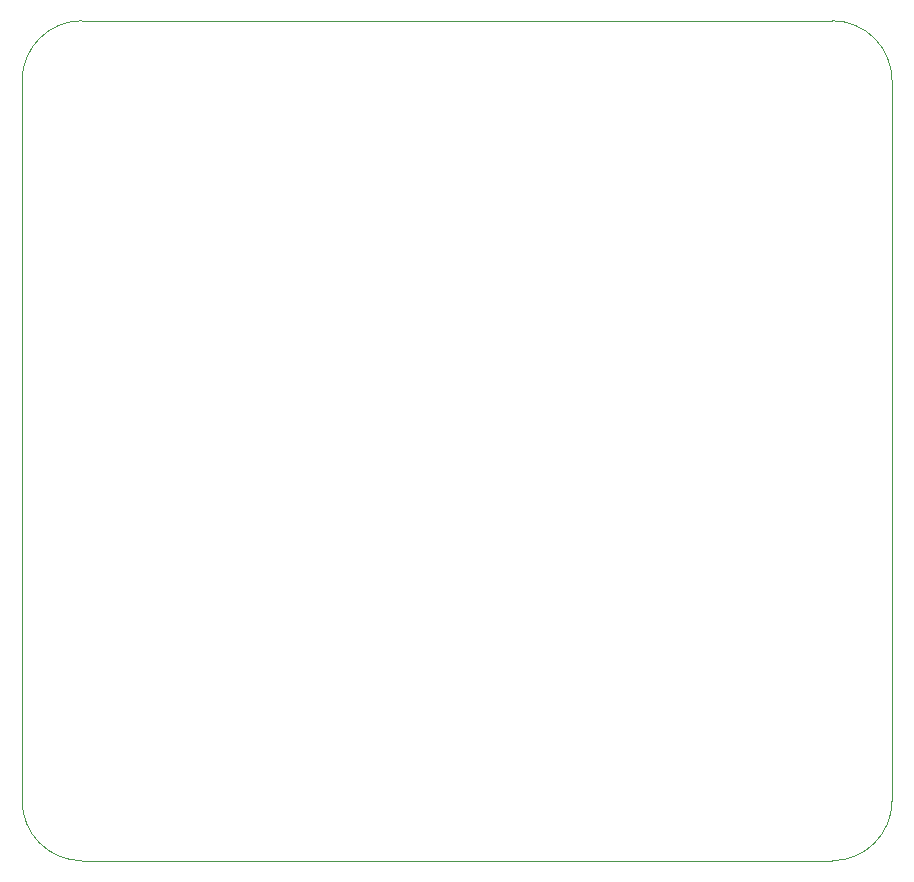
<source format=gbr>
G04 #@! TF.GenerationSoftware,KiCad,Pcbnew,(5.1.5)-2*
G04 #@! TF.CreationDate,2020-01-08T19:40:40-08:00*
G04 #@! TF.ProjectId,bifrost,62696672-6f73-4742-9e6b-696361645f70,A*
G04 #@! TF.SameCoordinates,Original*
G04 #@! TF.FileFunction,Profile,NP*
%FSLAX46Y46*%
G04 Gerber Fmt 4.6, Leading zero omitted, Abs format (unit mm)*
G04 Created by KiCad (PCBNEW (5.1.5)-2) date 2020-01-08 19:40:40*
%MOMM*%
%LPD*%
G04 APERTURE LIST*
%ADD10C,0.050000*%
G04 APERTURE END LIST*
D10*
X200660000Y-119380000D02*
G75*
G02X195580000Y-124460000I-5080000J0D01*
G01*
X132080000Y-124460000D02*
G75*
G02X127000000Y-119380000I0J5080000D01*
G01*
X127000000Y-58420000D02*
G75*
G02X132080000Y-53340000I5080000J0D01*
G01*
X195580000Y-53340000D02*
G75*
G02X200660000Y-58420000I0J-5080000D01*
G01*
X132080000Y-124460000D02*
X195580000Y-124460000D01*
X200660000Y-58420000D02*
X200660000Y-119380000D01*
X127000000Y-119380000D02*
X127000000Y-58420000D01*
X195580000Y-53340000D02*
X132080000Y-53340000D01*
M02*

</source>
